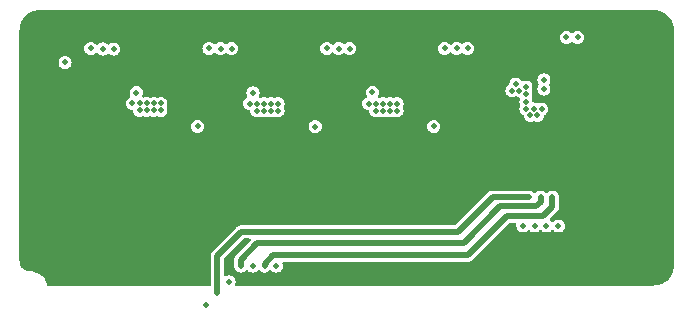
<source format=gbr>
G04 #@! TF.GenerationSoftware,KiCad,Pcbnew,(6.0.0)*
G04 #@! TF.CreationDate,2022-03-25T21:06:11+08:00*
G04 #@! TF.ProjectId,PowerSupply,506f7765-7253-4757-9070-6c792e6b6963,rev?*
G04 #@! TF.SameCoordinates,PX5e56640PY77750e0*
G04 #@! TF.FileFunction,Copper,L2,Inr*
G04 #@! TF.FilePolarity,Positive*
%FSLAX46Y46*%
G04 Gerber Fmt 4.6, Leading zero omitted, Abs format (unit mm)*
G04 Created by KiCad (PCBNEW (6.0.0)) date 2022-03-25 21:06:11*
%MOMM*%
%LPD*%
G01*
G04 APERTURE LIST*
G04 #@! TA.AperFunction,ViaPad*
%ADD10C,0.500000*%
G04 #@! TD*
G04 #@! TA.AperFunction,Conductor*
%ADD11C,0.500000*%
G04 #@! TD*
G04 APERTURE END LIST*
D10*
G04 #@! TO.N,GND*
X11690000Y29590000D03*
X10690000Y29590000D03*
X65390000Y29490000D03*
X64390000Y29490000D03*
X57429999Y14305001D03*
X57970000Y15005000D03*
X56870000Y15005001D03*
X56880000Y14305001D03*
X57980000Y14305000D03*
X57419999Y15005001D03*
X57970000Y13605000D03*
X57419999Y13605001D03*
X56880000Y12905001D03*
X57980000Y12905000D03*
X56870000Y13605001D03*
X57429999Y12905001D03*
X58680000Y12905001D03*
X59219999Y13605001D03*
X59770000Y13605000D03*
X59780000Y12905000D03*
X58670000Y13605001D03*
X59229999Y12905001D03*
X59219999Y15005001D03*
X59780000Y14305000D03*
X59229999Y14305001D03*
X58670000Y15005001D03*
X59770000Y15005000D03*
X58680000Y14305001D03*
X57075000Y26693334D03*
X57750000Y26693334D03*
X56400000Y26703334D03*
X57065000Y25916668D03*
X56390001Y25926668D03*
X57740000Y25916668D03*
X56390000Y25150000D03*
X57065000Y25140000D03*
X57740000Y25140000D03*
X13160000Y33320000D03*
X14160000Y33320000D03*
X15160000Y33320000D03*
X16160000Y33320000D03*
X17160000Y33320000D03*
X18160000Y33320000D03*
X19160000Y33320000D03*
X20160000Y33320000D03*
X21160000Y33320000D03*
X22160000Y33320000D03*
X23160000Y33320000D03*
X24160000Y33320000D03*
X25160000Y33320000D03*
X26160000Y33320000D03*
X27160000Y33320000D03*
X28160000Y33320000D03*
X29160000Y33320000D03*
X30160000Y33320000D03*
X31160000Y33320000D03*
X32160000Y33320000D03*
X33160000Y33320000D03*
X34160000Y33320000D03*
X35160000Y33320000D03*
X36160000Y33320000D03*
X37160000Y33320000D03*
X38160000Y33320000D03*
X39160000Y33320000D03*
X40160000Y33320000D03*
X41160000Y33320000D03*
X42160000Y33320000D03*
X43160000Y33320000D03*
X44160000Y33320000D03*
X45160000Y33320000D03*
X46160000Y33320000D03*
X47160000Y33320000D03*
X48160000Y33320000D03*
X49160000Y33320000D03*
X50160000Y33320000D03*
X51160000Y33320000D03*
X52160000Y33320000D03*
X53160000Y33320000D03*
X54160000Y33320000D03*
X55160000Y33320000D03*
X56160000Y33320000D03*
X57160000Y33320000D03*
X58160000Y33320000D03*
X59160000Y33320000D03*
X60160000Y33320000D03*
X61160000Y33320000D03*
X12290000Y32130000D03*
X13160000Y32320000D03*
X14160000Y32320000D03*
X15160000Y32320000D03*
X16160000Y32320000D03*
X17160000Y32320000D03*
X18160000Y32320000D03*
X19160000Y32320000D03*
X20160000Y32320000D03*
X21160000Y32320000D03*
X22160000Y32320000D03*
X23160000Y32320000D03*
X24160000Y32320000D03*
X25160000Y32320000D03*
X26160000Y32320000D03*
X27160000Y32320000D03*
X28160000Y32320000D03*
X29160000Y32320000D03*
X30160000Y32320000D03*
X31160000Y32320000D03*
X32160000Y32320000D03*
X33160000Y32320000D03*
X34160000Y32320000D03*
X35160000Y32320000D03*
X36160000Y32320000D03*
X37160000Y32320000D03*
X38160000Y32320000D03*
X39160000Y32320000D03*
X40160000Y32320000D03*
X41160000Y32320000D03*
X42160000Y32320000D03*
X43160000Y32320000D03*
X44160000Y32320000D03*
X45160000Y32320000D03*
X46160000Y32320000D03*
X47160000Y32320000D03*
X48160000Y32320000D03*
X49160000Y32320000D03*
X50160000Y32320000D03*
X51160000Y32320000D03*
X52160000Y32320000D03*
X53160000Y32320000D03*
X54160000Y32320000D03*
X55160000Y32320000D03*
X56160000Y32320000D03*
X57160000Y32320000D03*
X58160000Y32320000D03*
X59160000Y32320000D03*
X60160000Y32320000D03*
X61160000Y32320000D03*
X62160000Y32320000D03*
X62160000Y33320000D03*
X63160000Y32320000D03*
X63160000Y33320000D03*
X63860000Y32050000D03*
X64160000Y33320000D03*
X11300000Y33020000D03*
X10670000Y31600000D03*
X11780000Y31470000D03*
X10690000Y30590000D03*
X11690000Y30590000D03*
X10690000Y28590000D03*
X11690000Y28590000D03*
X10690000Y27590000D03*
X11690000Y27590000D03*
X10690000Y26590000D03*
X11690000Y26590000D03*
X10690000Y25590000D03*
X11690000Y25590000D03*
X10690000Y24590000D03*
X11690000Y24590000D03*
X10690000Y23590000D03*
X11690000Y23590000D03*
X10690000Y22590000D03*
X11690000Y22590000D03*
X10690000Y21590000D03*
X11690000Y21590000D03*
X10690000Y20590000D03*
X11690000Y20590000D03*
X10690000Y19590000D03*
X11690000Y19590000D03*
X10690000Y18590000D03*
X11690000Y18590000D03*
X10690000Y17590000D03*
X11690000Y17590000D03*
X10690000Y16590000D03*
X11690000Y16590000D03*
X10690000Y15590000D03*
X11690000Y15590000D03*
X10690000Y14590000D03*
X11690000Y14590000D03*
X10690000Y13590000D03*
X11690000Y13590000D03*
X10690000Y12590000D03*
X11690000Y12590000D03*
X11690000Y11590000D03*
X41690000Y11590000D03*
X42690000Y11590000D03*
X43690000Y11590000D03*
X44690000Y11590000D03*
X45690000Y11590000D03*
X46690000Y11590000D03*
X47690000Y11590000D03*
X48690000Y11590000D03*
X49690000Y11590000D03*
X50690000Y11590000D03*
X51690000Y11590000D03*
X52690000Y11590000D03*
X53690000Y11590000D03*
X54690000Y11590000D03*
X55690000Y11590000D03*
X56690000Y11590000D03*
X57690000Y11590000D03*
X58690000Y11590000D03*
X59690000Y11590000D03*
X60690000Y11590000D03*
X61690000Y11590000D03*
X62690000Y11590000D03*
X63600000Y11860000D03*
X33690000Y10590000D03*
X34690000Y10590000D03*
X35690000Y10590000D03*
X36690000Y10590000D03*
X37690000Y10590000D03*
X38690000Y10590000D03*
X39690000Y10590000D03*
X40690000Y10590000D03*
X41690000Y10590000D03*
X42690000Y10590000D03*
X43690000Y10590000D03*
X44690000Y10590000D03*
X45690000Y10590000D03*
X46690000Y10590000D03*
X47690000Y10590000D03*
X48690000Y10590000D03*
X49690000Y10590000D03*
X50690000Y10590000D03*
X51690000Y10590000D03*
X52690000Y10590000D03*
X53690000Y10590000D03*
X54690000Y10590000D03*
X55690000Y10590000D03*
X56690000Y10590000D03*
X57690000Y10590000D03*
X58690000Y10590000D03*
X59690000Y10590000D03*
X60690000Y10590000D03*
X61690000Y10590000D03*
X62690000Y10590000D03*
X63690000Y10590000D03*
X64870000Y32980000D03*
X64290000Y31450000D03*
X65380000Y31520000D03*
X64390000Y30490000D03*
X65380000Y30500000D03*
X64390000Y28490000D03*
X65390000Y28490000D03*
X64390000Y27490000D03*
X65390000Y27490000D03*
X64390000Y26490000D03*
X65390000Y26490000D03*
X64390000Y25490000D03*
X65390000Y25490000D03*
X64390000Y24490000D03*
X65390000Y24490000D03*
X64390000Y23490000D03*
X65390000Y23490000D03*
X64390000Y22490000D03*
X65390000Y22490000D03*
X64390000Y21490000D03*
X65390000Y21490000D03*
X64390000Y20490000D03*
X65390000Y20490000D03*
X64390000Y19490000D03*
X65390000Y19490000D03*
X64390000Y18490000D03*
X65390000Y18490000D03*
X64390000Y17490000D03*
X65390000Y17490000D03*
X64390000Y16490000D03*
X65390000Y16490000D03*
X64390000Y15490000D03*
X65390000Y15490000D03*
X64390000Y14490000D03*
X65390000Y14490000D03*
X64390000Y13490000D03*
X65390000Y13490000D03*
X64210000Y12480000D03*
X65390000Y12550000D03*
X65320000Y11760000D03*
X64440000Y10700000D03*
X21660000Y32820000D03*
X36660000Y32820000D03*
X52660000Y32820000D03*
X53660000Y32820000D03*
X54660000Y32820000D03*
X59660000Y32820000D03*
X43660000Y32820000D03*
X44660000Y32820000D03*
X48660000Y32820000D03*
X19660000Y32820000D03*
X51660000Y32820000D03*
X28660000Y32820000D03*
X56660000Y32820000D03*
X22660000Y32820000D03*
X37660000Y32820000D03*
X27660000Y32820000D03*
X55660000Y32820000D03*
X39660000Y32820000D03*
X46660000Y32820000D03*
X50660000Y32820000D03*
X31660000Y32820000D03*
X20660000Y32820000D03*
X23660000Y32820000D03*
X34660000Y32820000D03*
X32660000Y32820000D03*
X29660000Y32820000D03*
X57660000Y32820000D03*
X61660000Y32820000D03*
X45660000Y32820000D03*
X49660000Y32820000D03*
X41660000Y32820000D03*
X18660000Y32820000D03*
X60660000Y32820000D03*
X30660000Y32820000D03*
X42660000Y32820000D03*
X24660000Y32820000D03*
X58660000Y32820000D03*
X40660000Y32820000D03*
X33660000Y32820000D03*
X25660000Y32820000D03*
X35660000Y32820000D03*
X26660000Y32820000D03*
X38660000Y32820000D03*
X47660000Y32820000D03*
X62660000Y32820000D03*
X63660000Y32820000D03*
X64370000Y32530000D03*
X12590000Y32770000D03*
X13660000Y32820000D03*
X14660000Y32820000D03*
X15660000Y32820000D03*
X16660000Y32820000D03*
X17660000Y32820000D03*
X64770000Y31920000D03*
X64890000Y31060000D03*
X64900000Y29990000D03*
X64890000Y17980000D03*
X64890000Y13980000D03*
X64100000Y11360000D03*
X64890000Y27980000D03*
X64890000Y21980000D03*
X64890000Y25980000D03*
X64890000Y20980000D03*
X64890000Y15980000D03*
X64820000Y12910000D03*
X64890000Y14980000D03*
X64890000Y24980000D03*
X64890000Y23980000D03*
X64890000Y19980000D03*
X64890000Y16980000D03*
X64890000Y22980000D03*
X64890000Y18980000D03*
X64890000Y26980000D03*
X64890000Y28980000D03*
X10850000Y32400000D03*
X11190000Y27110000D03*
X11190000Y20110000D03*
X11190000Y29110000D03*
X11190000Y19110000D03*
X11190000Y31110000D03*
X11190000Y28110000D03*
X11190000Y26110000D03*
X11190000Y24110000D03*
X11190000Y23110000D03*
X11190000Y22110000D03*
X11190000Y21110000D03*
X11190000Y25110000D03*
X11190000Y15110000D03*
X11190000Y13110000D03*
X11190000Y14110000D03*
X11190000Y17110000D03*
X11190000Y18110000D03*
X11190000Y16110000D03*
X11190000Y30110000D03*
X11190000Y12090000D03*
X47210000Y11080000D03*
X54210000Y11080000D03*
X41210000Y11080000D03*
X43210000Y11080000D03*
X62210000Y11080000D03*
X55210000Y11080000D03*
X48210000Y11080000D03*
X61210000Y11080000D03*
X49210000Y11080000D03*
X51210000Y11080000D03*
X58210000Y11080000D03*
X57210000Y11080000D03*
X56210000Y11080000D03*
X50210000Y11080000D03*
X42210000Y11080000D03*
X44210000Y11080000D03*
X45210000Y11080000D03*
X46210000Y11080000D03*
X60210000Y11080000D03*
X53210000Y11080000D03*
X59210000Y11080000D03*
X63210000Y11080000D03*
X52210000Y11080000D03*
X11800000Y32570000D03*
X11360000Y31990000D03*
X65310000Y32360000D03*
X64650000Y11940000D03*
X64980000Y11120000D03*
X57019999Y18505001D03*
X57570000Y18505000D03*
X56470000Y18505001D03*
X57029999Y17805001D03*
X56480000Y17805001D03*
X57580000Y17805000D03*
X57019999Y19895001D03*
X56480000Y19195001D03*
X56470000Y19895001D03*
X57570000Y19895000D03*
X57580000Y19195000D03*
X57029999Y19195001D03*
X55279999Y19895001D03*
X54740000Y19195001D03*
X55840000Y19195000D03*
X55830000Y19895000D03*
X54730000Y19895001D03*
X55289999Y19195001D03*
X53590000Y19195001D03*
X54139999Y19195001D03*
X53580000Y19895001D03*
X54129999Y19895001D03*
X36430000Y24410000D03*
X26480000Y24410000D03*
X46450000Y24380000D03*
X16520000Y24390000D03*
X43650000Y29550000D03*
X43120000Y29550000D03*
X20490000Y30430000D03*
X21090000Y30430000D03*
X19890000Y30430000D03*
X31110000Y30430000D03*
X29910000Y30430000D03*
X30510000Y30430000D03*
X40440000Y30430000D03*
X41040000Y30430000D03*
X39840000Y30430000D03*
X51050000Y30430000D03*
X50450000Y30430000D03*
X49850000Y30430000D03*
X44180000Y29550000D03*
X33630000Y29550000D03*
X33100000Y29550000D03*
X34160000Y29550000D03*
X23610000Y29550000D03*
X23080000Y29550000D03*
X24140000Y29550000D03*
X51440000Y23790000D03*
X17140000Y23810000D03*
X16520000Y23810000D03*
X17750000Y23810000D03*
X18380000Y23810000D03*
X26480000Y23800000D03*
X27710000Y23800000D03*
X27100000Y23800000D03*
X28340000Y23800000D03*
X36430000Y23810000D03*
X37660000Y23810000D03*
X38290000Y23810000D03*
X37050000Y23810000D03*
X46450000Y23820000D03*
X48310000Y23820000D03*
X47680000Y23820000D03*
X47070000Y23820000D03*
X50620000Y24510000D03*
X51010000Y24130000D03*
X56390001Y27480000D03*
X57075000Y29075000D03*
X57740000Y27470000D03*
X57065000Y27470000D03*
X12160000Y33320000D03*
G04 #@! TO.N,5V*
X53845000Y25250000D03*
X54500000Y25250000D03*
X53550000Y24700000D03*
X20470000Y25720000D03*
X52625000Y26800000D03*
X53175000Y25866668D03*
X53175000Y25250000D03*
X54150000Y24700000D03*
X21070000Y25720000D03*
X21670000Y25720000D03*
X22270000Y25720000D03*
X20470000Y25120000D03*
X21070000Y25120000D03*
X21670000Y25120000D03*
X22270000Y25120000D03*
X30390000Y25700000D03*
X30390000Y25100000D03*
X30990000Y25700000D03*
X31590000Y25700000D03*
X32190000Y25100000D03*
X32190000Y25700000D03*
X31590000Y25100000D03*
X30990000Y25100000D03*
X40460000Y25100000D03*
X42260000Y25700000D03*
X41060000Y25100000D03*
X41660000Y25700000D03*
X41060000Y25700000D03*
X41660000Y25100000D03*
X42260000Y25100000D03*
X40460000Y25700000D03*
X39870000Y25700000D03*
X29780000Y25700000D03*
X19850000Y25730000D03*
X20190000Y26630000D03*
X30070000Y26610000D03*
X40180000Y26650000D03*
X53175000Y27100000D03*
X52325000Y27350000D03*
X53175000Y26483334D03*
X52000000Y26800000D03*
X28260000Y30360000D03*
X27340000Y30360000D03*
X38250000Y30350000D03*
X37330000Y30350000D03*
X47320000Y30380000D03*
X48240000Y30380000D03*
X18280000Y30320000D03*
X17360000Y30320000D03*
G04 #@! TO.N,1.2V*
X14160000Y29190000D03*
X16340000Y30380000D03*
G04 #@! TO.N,1.5V*
X26350000Y30380000D03*
X25385000Y23775000D03*
G04 #@! TO.N,2.5V*
X36320000Y30380000D03*
X35335000Y23755000D03*
G04 #@! TO.N,3.3V*
X46290000Y30380000D03*
X45380000Y23780000D03*
G04 #@! TO.N,Net-(C3-Pad1)*
X56600000Y31300000D03*
X54700000Y27700000D03*
G04 #@! TO.N,Net-(R34-Pad2)*
X57560000Y31300000D03*
X54700000Y26940000D03*
G04 #@! TO.N,REG_EN2*
X52925000Y15350000D03*
X26050000Y8690000D03*
G04 #@! TO.N,REG_EN1*
X53420000Y17785000D03*
X27050000Y9630000D03*
G04 #@! TO.N,REG_CHG*
X28043332Y10610000D03*
X53920000Y15345000D03*
G04 #@! TO.N,REG_POWER*
X29044998Y11945000D03*
X54420000Y17785000D03*
G04 #@! TO.N,BAT_ISET*
X30046664Y11945000D03*
X54920000Y15345000D03*
G04 #@! TO.N,BAT_PG*
X31048330Y11945000D03*
X55420000Y17785000D03*
G04 #@! TO.N,BAT_CHG*
X55920000Y15345000D03*
X32060000Y11945000D03*
G04 #@! TD*
D11*
G04 #@! TO.N,REG_EN1*
X50365000Y17785000D02*
X47420000Y14840000D01*
X27050000Y12825000D02*
X27050000Y9630000D01*
X29065000Y14840000D02*
X27050000Y12825000D01*
X53420000Y17785000D02*
X50365000Y17785000D01*
X47420000Y14840000D02*
X29065000Y14840000D01*
G04 #@! TO.N,REG_POWER*
X29044998Y12494998D02*
X29044998Y11945000D01*
X54420000Y17395000D02*
X54025000Y17000000D01*
X54025000Y17000000D02*
X51020000Y17000000D01*
X30440000Y13890000D02*
X29044998Y12494998D01*
X51020000Y17000000D02*
X47910000Y13890000D01*
X47910000Y13890000D02*
X30440000Y13890000D01*
X54420000Y17785000D02*
X54420000Y17395000D01*
G04 #@! TO.N,BAT_PG*
X55420000Y16945000D02*
X55420000Y17785000D01*
X31048330Y12148330D02*
X31770000Y12870000D01*
X31770000Y12870000D02*
X48300000Y12870000D01*
X31048330Y11945000D02*
X31048330Y12148330D01*
X54625000Y16150000D02*
X55420000Y16945000D01*
X48300000Y12870000D02*
X51580000Y16150000D01*
X51580000Y16150000D02*
X54625000Y16150000D01*
G04 #@! TD*
G04 #@! TA.AperFunction,Conductor*
G04 #@! TO.N,GND*
G36*
X63984608Y33638710D02*
G01*
X63989145Y33637910D01*
X64000000Y33635996D01*
X64010857Y33637910D01*
X64021876Y33637910D01*
X64021876Y33637541D01*
X64034201Y33638177D01*
X64233032Y33623957D01*
X64250827Y33621399D01*
X64470320Y33573652D01*
X64487559Y33568590D01*
X64608744Y33523390D01*
X64698024Y33490090D01*
X64714376Y33482622D01*
X64911519Y33374974D01*
X64926643Y33365254D01*
X65106461Y33230644D01*
X65120047Y33218871D01*
X65278871Y33060047D01*
X65290644Y33046461D01*
X65425254Y32866643D01*
X65434974Y32851519D01*
X65542622Y32654376D01*
X65550090Y32638024D01*
X65604711Y32491582D01*
X65628588Y32427565D01*
X65633653Y32410315D01*
X65681399Y32190827D01*
X65683957Y32173032D01*
X65698177Y31974201D01*
X65697542Y31961879D01*
X65697910Y31961879D01*
X65697910Y31950859D01*
X65695996Y31940000D01*
X65698710Y31924612D01*
X65700624Y31902735D01*
X65700352Y23243670D01*
X65700001Y12037276D01*
X65698087Y12015402D01*
X65697286Y12010859D01*
X65697286Y12010854D01*
X65695372Y12000000D01*
X65697286Y11989143D01*
X65697286Y11978124D01*
X65696917Y11978124D01*
X65697553Y11965799D01*
X65683333Y11766968D01*
X65680775Y11749173D01*
X65635258Y11539930D01*
X65633029Y11529685D01*
X65627966Y11512441D01*
X65603462Y11446744D01*
X65549466Y11301976D01*
X65541998Y11285624D01*
X65434350Y11088481D01*
X65424630Y11073357D01*
X65290020Y10893539D01*
X65278247Y10879953D01*
X65119423Y10721129D01*
X65105837Y10709356D01*
X64926019Y10574746D01*
X64910895Y10565026D01*
X64713752Y10457378D01*
X64697400Y10449910D01*
X64627574Y10423866D01*
X64486935Y10371410D01*
X64469696Y10366348D01*
X64313522Y10332375D01*
X64250203Y10318601D01*
X64232408Y10316043D01*
X64033577Y10301823D01*
X64021252Y10302459D01*
X64021252Y10302090D01*
X64010233Y10302090D01*
X63999376Y10304004D01*
X63983985Y10301290D01*
X63962112Y10299377D01*
X47254515Y10299711D01*
X32752267Y10300000D01*
X32740754Y10300563D01*
X32729782Y10303740D01*
X32694817Y10300712D01*
X32692034Y10300471D01*
X32681163Y10300001D01*
X32672101Y10300001D01*
X32665537Y10298779D01*
X32653355Y10297121D01*
X32630030Y10295101D01*
X32630029Y10295101D01*
X32618440Y10294097D01*
X32607989Y10288988D01*
X32604732Y10288085D01*
X32601576Y10286867D01*
X32590136Y10284737D01*
X32560295Y10266343D01*
X32549528Y10260411D01*
X32533955Y10252799D01*
X32478624Y10240000D01*
X28674502Y10240000D01*
X28606381Y10260002D01*
X28559888Y10313658D01*
X28549784Y10383932D01*
X28558093Y10414217D01*
X28576500Y10458657D01*
X28579662Y10466291D01*
X28598582Y10610000D01*
X28579662Y10753709D01*
X28524193Y10887625D01*
X28435953Y11002621D01*
X28320957Y11090861D01*
X28187041Y11146330D01*
X28043332Y11165250D01*
X27899623Y11146330D01*
X27774717Y11094593D01*
X27704128Y11087004D01*
X27640641Y11118783D01*
X27604414Y11179842D01*
X27600500Y11211002D01*
X27600500Y12544785D01*
X27620502Y12612906D01*
X27637405Y12633880D01*
X29256119Y14252595D01*
X29318431Y14286620D01*
X29345214Y14289500D01*
X29756785Y14289500D01*
X29824906Y14269498D01*
X29871399Y14215842D01*
X29881503Y14145568D01*
X29852009Y14080988D01*
X29845880Y14074405D01*
X28666356Y12894880D01*
X28662547Y12891227D01*
X28616842Y12849199D01*
X28593899Y12812196D01*
X28587198Y12802446D01*
X28560886Y12767781D01*
X28555352Y12753803D01*
X28545291Y12733799D01*
X28537363Y12721012D01*
X28534966Y12712761D01*
X28534965Y12712759D01*
X28525223Y12679226D01*
X28521378Y12667996D01*
X28505362Y12627545D01*
X28504464Y12619004D01*
X28504464Y12619003D01*
X28503790Y12612590D01*
X28499478Y12590615D01*
X28495283Y12576173D01*
X28494498Y12565483D01*
X28494498Y12530781D01*
X28493808Y12517611D01*
X28489597Y12477544D01*
X28491029Y12469079D01*
X28491029Y12469070D01*
X28492733Y12458998D01*
X28494498Y12437985D01*
X28494498Y11989338D01*
X28493420Y11972891D01*
X28489748Y11945000D01*
X28494349Y11910055D01*
X28494498Y11908557D01*
X28494498Y11907215D01*
X28494989Y11903634D01*
X28494990Y11903620D01*
X28500228Y11865389D01*
X28500316Y11864733D01*
X28508668Y11801291D01*
X28509176Y11800064D01*
X28509792Y11795568D01*
X28538523Y11729174D01*
X28539268Y11727414D01*
X28541703Y11721535D01*
X28564137Y11667375D01*
X28566726Y11664000D01*
X28569693Y11657145D01*
X28611921Y11604998D01*
X28612408Y11604396D01*
X28614449Y11601807D01*
X28647352Y11558928D01*
X28652377Y11552379D01*
X28656870Y11548931D01*
X28657638Y11548079D01*
X28659205Y11546608D01*
X28664612Y11539930D01*
X28716043Y11503380D01*
X28716744Y11502882D01*
X28720440Y11500152D01*
X28767373Y11464139D01*
X28774609Y11461141D01*
X28778798Y11458452D01*
X28780553Y11457535D01*
X28787556Y11452558D01*
X28795639Y11449648D01*
X28795641Y11449647D01*
X28844208Y11432162D01*
X28849745Y11430020D01*
X28863960Y11424132D01*
X28901289Y11408670D01*
X28909480Y11407591D01*
X28916016Y11405840D01*
X28919211Y11404838D01*
X28921387Y11404376D01*
X28929466Y11401467D01*
X28959344Y11399273D01*
X28985863Y11397325D01*
X28993080Y11396585D01*
X29027011Y11392118D01*
X29044998Y11389750D01*
X29053186Y11390828D01*
X29061446Y11390828D01*
X29061446Y11390529D01*
X29064417Y11390614D01*
X29071326Y11391049D01*
X29079889Y11390420D01*
X29091451Y11392751D01*
X29131743Y11400875D01*
X29140199Y11402283D01*
X29180522Y11407592D01*
X29180524Y11407593D01*
X29188707Y11408670D01*
X29196333Y11411829D01*
X29201020Y11413085D01*
X29218080Y11418285D01*
X29227741Y11420233D01*
X29271643Y11442602D01*
X29280628Y11446744D01*
X29314989Y11460977D01*
X29322623Y11464139D01*
X29330655Y11470302D01*
X29350152Y11482604D01*
X29362130Y11488707D01*
X29368453Y11494521D01*
X29368457Y11494524D01*
X29395757Y11519627D01*
X29404337Y11526839D01*
X29431063Y11547347D01*
X29431069Y11547353D01*
X29437619Y11552379D01*
X29445872Y11563134D01*
X29503206Y11604998D01*
X29574077Y11609220D01*
X29635980Y11574456D01*
X29645788Y11563137D01*
X29654043Y11552379D01*
X29769039Y11464139D01*
X29902955Y11408670D01*
X30046664Y11389750D01*
X30190373Y11408670D01*
X30324289Y11464139D01*
X30439285Y11552379D01*
X30447537Y11563133D01*
X30504876Y11604998D01*
X30575747Y11609218D01*
X30637649Y11574452D01*
X30647461Y11563128D01*
X30650684Y11558928D01*
X30655709Y11552379D01*
X30660202Y11548931D01*
X30660970Y11548079D01*
X30662537Y11546608D01*
X30667944Y11539930D01*
X30719375Y11503380D01*
X30720076Y11502882D01*
X30723772Y11500152D01*
X30770705Y11464139D01*
X30777941Y11461141D01*
X30782130Y11458452D01*
X30783885Y11457535D01*
X30790888Y11452558D01*
X30798971Y11449648D01*
X30798973Y11449647D01*
X30847540Y11432162D01*
X30853077Y11430020D01*
X30867292Y11424132D01*
X30904621Y11408670D01*
X30912812Y11407591D01*
X30919348Y11405840D01*
X30922543Y11404838D01*
X30924719Y11404376D01*
X30932798Y11401467D01*
X30962676Y11399273D01*
X30989195Y11397325D01*
X30996412Y11396585D01*
X31030343Y11392118D01*
X31048330Y11389750D01*
X31056518Y11390828D01*
X31064778Y11390828D01*
X31064778Y11390529D01*
X31067749Y11390614D01*
X31074658Y11391049D01*
X31083221Y11390420D01*
X31094783Y11392751D01*
X31135075Y11400875D01*
X31143531Y11402283D01*
X31183854Y11407592D01*
X31183856Y11407593D01*
X31192039Y11408670D01*
X31199665Y11411829D01*
X31204352Y11413085D01*
X31221412Y11418285D01*
X31231073Y11420233D01*
X31274975Y11442602D01*
X31283960Y11446744D01*
X31318321Y11460977D01*
X31325955Y11464139D01*
X31333987Y11470302D01*
X31353484Y11482604D01*
X31365462Y11488707D01*
X31371785Y11494521D01*
X31371789Y11494524D01*
X31399089Y11519627D01*
X31407669Y11526839D01*
X31434395Y11547347D01*
X31434401Y11547353D01*
X31440951Y11552379D01*
X31449285Y11563239D01*
X31463945Y11579267D01*
X31469725Y11584582D01*
X31533404Y11615971D01*
X31603946Y11607949D01*
X31654977Y11568542D01*
X31667379Y11552379D01*
X31782375Y11464139D01*
X31916291Y11408670D01*
X32060000Y11389750D01*
X32203709Y11408670D01*
X32337625Y11464139D01*
X32452621Y11552379D01*
X32540861Y11667375D01*
X32596330Y11801291D01*
X32615250Y11945000D01*
X32596330Y12088709D01*
X32572897Y12145282D01*
X32565308Y12215872D01*
X32597088Y12279359D01*
X32658146Y12315586D01*
X32689306Y12319500D01*
X48285007Y12319500D01*
X48290284Y12319389D01*
X48352294Y12316790D01*
X48363848Y12319500D01*
X48394662Y12326727D01*
X48406333Y12328890D01*
X48421229Y12330931D01*
X48449432Y12334794D01*
X48463230Y12340765D01*
X48484499Y12347799D01*
X48490775Y12349271D01*
X48499136Y12351232D01*
X48506661Y12355369D01*
X48506664Y12355370D01*
X48537268Y12372195D01*
X48547913Y12377411D01*
X48587855Y12394695D01*
X48599541Y12404158D01*
X48618126Y12416646D01*
X48625518Y12420710D01*
X48631308Y12423893D01*
X48639422Y12430897D01*
X48663958Y12455433D01*
X48673759Y12464258D01*
X48698392Y12484206D01*
X48698393Y12484207D01*
X48705070Y12489614D01*
X48710043Y12496612D01*
X48710048Y12496617D01*
X48715968Y12504948D01*
X48729579Y12521054D01*
X51771120Y15562595D01*
X51833432Y15596621D01*
X51860215Y15599500D01*
X52258922Y15599500D01*
X52327043Y15579498D01*
X52373536Y15525842D01*
X52383844Y15457053D01*
X52375097Y15390611D01*
X52369750Y15350000D01*
X52388670Y15206291D01*
X52444139Y15072375D01*
X52532379Y14957379D01*
X52647375Y14869139D01*
X52781291Y14813670D01*
X52925000Y14794750D01*
X53068709Y14813670D01*
X53202625Y14869139D01*
X53317621Y14957379D01*
X53322647Y14963929D01*
X53328488Y14969770D01*
X53330069Y14968189D01*
X53377963Y15003156D01*
X53448834Y15007375D01*
X53510735Y14972608D01*
X53520545Y14961285D01*
X53527379Y14952379D01*
X53642375Y14864139D01*
X53776291Y14808670D01*
X53920000Y14789750D01*
X54063709Y14808670D01*
X54197625Y14864139D01*
X54312621Y14952379D01*
X54320038Y14962045D01*
X54322725Y14964007D01*
X54323488Y14964770D01*
X54323607Y14964651D01*
X54377376Y15003912D01*
X54448247Y15008134D01*
X54510149Y14973370D01*
X54519962Y14962045D01*
X54527379Y14952379D01*
X54642375Y14864139D01*
X54776291Y14808670D01*
X54920000Y14789750D01*
X55063709Y14808670D01*
X55197625Y14864139D01*
X55312621Y14952379D01*
X55320038Y14962045D01*
X55322725Y14964007D01*
X55323488Y14964770D01*
X55323607Y14964651D01*
X55377376Y15003912D01*
X55448247Y15008134D01*
X55510149Y14973370D01*
X55519962Y14962045D01*
X55527379Y14952379D01*
X55642375Y14864139D01*
X55776291Y14808670D01*
X55920000Y14789750D01*
X56063709Y14808670D01*
X56197625Y14864139D01*
X56312621Y14952379D01*
X56400861Y15067375D01*
X56456330Y15201291D01*
X56475250Y15345000D01*
X56456330Y15488709D01*
X56400861Y15622625D01*
X56312621Y15737621D01*
X56197625Y15825861D01*
X56063709Y15881330D01*
X55920000Y15900250D01*
X55776291Y15881330D01*
X55642375Y15825861D01*
X55527379Y15737621D01*
X55522353Y15731071D01*
X55519962Y15727955D01*
X55517275Y15725993D01*
X55516512Y15725230D01*
X55516393Y15725349D01*
X55462624Y15686088D01*
X55391753Y15681866D01*
X55329851Y15716630D01*
X55320038Y15727955D01*
X55317647Y15731071D01*
X55312621Y15737621D01*
X55244704Y15789735D01*
X55202840Y15847070D01*
X55198618Y15917941D01*
X55232315Y15978790D01*
X55798654Y16545130D01*
X55802464Y16548783D01*
X55841833Y16584985D01*
X55848156Y16590799D01*
X55871099Y16627802D01*
X55877800Y16637552D01*
X55904112Y16672217D01*
X55909646Y16686196D01*
X55919707Y16706199D01*
X55927635Y16718986D01*
X55939775Y16760772D01*
X55943621Y16772005D01*
X55956473Y16804465D01*
X55959636Y16812453D01*
X55961208Y16827408D01*
X55965520Y16849383D01*
X55969715Y16863825D01*
X55970500Y16874515D01*
X55970500Y16909217D01*
X55971190Y16922387D01*
X55974503Y16953912D01*
X55975401Y16962454D01*
X55973969Y16970919D01*
X55973969Y16970928D01*
X55972265Y16981000D01*
X55970500Y17002013D01*
X55970500Y17740662D01*
X55971578Y17757109D01*
X55974172Y17776812D01*
X55975250Y17785000D01*
X55970649Y17819945D01*
X55970500Y17821443D01*
X55970500Y17822785D01*
X55970009Y17826366D01*
X55970008Y17826380D01*
X55964770Y17864611D01*
X55964682Y17865267D01*
X55956986Y17923725D01*
X55956330Y17928709D01*
X55955822Y17929936D01*
X55955206Y17934432D01*
X55926475Y18000826D01*
X55925730Y18002586D01*
X55904019Y18055001D01*
X55900861Y18062625D01*
X55898272Y18066000D01*
X55895305Y18072855D01*
X55852578Y18125619D01*
X55850549Y18128193D01*
X55817646Y18171073D01*
X55817644Y18171075D01*
X55812621Y18177621D01*
X55808128Y18181069D01*
X55807360Y18181921D01*
X55805793Y18183392D01*
X55800386Y18190070D01*
X55748245Y18227124D01*
X55744558Y18229848D01*
X55697625Y18265861D01*
X55690389Y18268859D01*
X55686200Y18271548D01*
X55684445Y18272465D01*
X55677442Y18277442D01*
X55669359Y18280352D01*
X55669357Y18280353D01*
X55620790Y18297838D01*
X55615253Y18299980D01*
X55574660Y18316794D01*
X55563709Y18321330D01*
X55555518Y18322409D01*
X55548982Y18324160D01*
X55545787Y18325162D01*
X55543611Y18325624D01*
X55535532Y18328533D01*
X55505654Y18330727D01*
X55479135Y18332675D01*
X55471918Y18333415D01*
X55428188Y18339172D01*
X55420000Y18340250D01*
X55411812Y18339172D01*
X55403552Y18339172D01*
X55403552Y18339471D01*
X55400581Y18339386D01*
X55393672Y18338951D01*
X55385109Y18339580D01*
X55376688Y18337882D01*
X55333255Y18329125D01*
X55324799Y18327717D01*
X55284476Y18322408D01*
X55284474Y18322407D01*
X55276291Y18321330D01*
X55268665Y18318171D01*
X55263978Y18316915D01*
X55246918Y18311715D01*
X55237257Y18309767D01*
X55193355Y18287398D01*
X55184370Y18283256D01*
X55158292Y18272454D01*
X55142375Y18265861D01*
X55135820Y18260831D01*
X55134343Y18259698D01*
X55114846Y18247396D01*
X55102868Y18241293D01*
X55096545Y18235479D01*
X55096541Y18235476D01*
X55069241Y18210373D01*
X55060661Y18203161D01*
X55033935Y18182653D01*
X55033929Y18182647D01*
X55027379Y18177621D01*
X55022350Y18171067D01*
X55019957Y18167949D01*
X55017271Y18165988D01*
X55016515Y18165232D01*
X55016397Y18165350D01*
X54962617Y18126086D01*
X54891745Y18121869D01*
X54829845Y18156637D01*
X54820038Y18167956D01*
X54817649Y18171070D01*
X54817644Y18171075D01*
X54812621Y18177621D01*
X54808128Y18181069D01*
X54807360Y18181921D01*
X54805793Y18183392D01*
X54800386Y18190070D01*
X54748245Y18227124D01*
X54744558Y18229848D01*
X54697625Y18265861D01*
X54690389Y18268859D01*
X54686200Y18271548D01*
X54684445Y18272465D01*
X54677442Y18277442D01*
X54669359Y18280352D01*
X54669357Y18280353D01*
X54620790Y18297838D01*
X54615253Y18299980D01*
X54574660Y18316794D01*
X54563709Y18321330D01*
X54555518Y18322409D01*
X54548982Y18324160D01*
X54545787Y18325162D01*
X54543611Y18325624D01*
X54535532Y18328533D01*
X54505654Y18330727D01*
X54479135Y18332675D01*
X54471918Y18333415D01*
X54428188Y18339172D01*
X54420000Y18340250D01*
X54411812Y18339172D01*
X54403552Y18339172D01*
X54403552Y18339471D01*
X54400581Y18339386D01*
X54393672Y18338951D01*
X54385109Y18339580D01*
X54376688Y18337882D01*
X54333255Y18329125D01*
X54324799Y18327717D01*
X54284476Y18322408D01*
X54284474Y18322407D01*
X54276291Y18321330D01*
X54268665Y18318171D01*
X54263978Y18316915D01*
X54246918Y18311715D01*
X54237257Y18309767D01*
X54193355Y18287398D01*
X54184370Y18283256D01*
X54158292Y18272454D01*
X54142375Y18265861D01*
X54135820Y18260831D01*
X54134343Y18259698D01*
X54114846Y18247396D01*
X54102868Y18241293D01*
X54096545Y18235479D01*
X54096541Y18235476D01*
X54069241Y18210373D01*
X54060661Y18203161D01*
X54033935Y18182653D01*
X54033929Y18182647D01*
X54027379Y18177621D01*
X54022350Y18171067D01*
X54019957Y18167949D01*
X54017271Y18165988D01*
X54016515Y18165232D01*
X54016397Y18165350D01*
X53962617Y18126086D01*
X53891745Y18121869D01*
X53829845Y18156637D01*
X53820038Y18167956D01*
X53817651Y18171067D01*
X53817647Y18171071D01*
X53812621Y18177621D01*
X53801761Y18185955D01*
X53785731Y18200617D01*
X53774201Y18213156D01*
X53766895Y18217686D01*
X53738435Y18235332D01*
X53728125Y18242457D01*
X53704175Y18260835D01*
X53697625Y18265861D01*
X53683895Y18271548D01*
X53681707Y18272454D01*
X53663524Y18281778D01*
X53654460Y18287398D01*
X53646014Y18292635D01*
X53609046Y18303375D01*
X53595978Y18307964D01*
X53571339Y18318170D01*
X53571336Y18318171D01*
X53563709Y18321330D01*
X53555528Y18322407D01*
X53555525Y18322408D01*
X53543098Y18324044D01*
X53524404Y18327967D01*
X53501175Y18334715D01*
X53493692Y18335264D01*
X53492792Y18335331D01*
X53492781Y18335331D01*
X53490485Y18335500D01*
X53464338Y18335500D01*
X53447891Y18336578D01*
X53428188Y18339172D01*
X53420000Y18340250D01*
X53411812Y18339172D01*
X53392109Y18336578D01*
X53375662Y18335500D01*
X50379993Y18335500D01*
X50374717Y18335611D01*
X50370310Y18335796D01*
X50312706Y18338210D01*
X50304341Y18336248D01*
X50270338Y18328273D01*
X50258667Y18326110D01*
X50251747Y18325162D01*
X50215568Y18320206D01*
X50207684Y18316794D01*
X50207683Y18316794D01*
X50201770Y18314235D01*
X50180501Y18307201D01*
X50165864Y18303768D01*
X50158339Y18299631D01*
X50158336Y18299630D01*
X50127732Y18282805D01*
X50117087Y18277589D01*
X50077145Y18260305D01*
X50065459Y18250842D01*
X50046875Y18238355D01*
X50033692Y18231107D01*
X50025578Y18224103D01*
X50001042Y18199567D01*
X49991241Y18190742D01*
X49966953Y18171073D01*
X49959930Y18165386D01*
X49954957Y18158388D01*
X49954952Y18158383D01*
X49949032Y18150052D01*
X49935421Y18133946D01*
X48567952Y16766476D01*
X47228881Y15427405D01*
X47166569Y15393379D01*
X47139786Y15390500D01*
X29079993Y15390500D01*
X29074717Y15390611D01*
X29070310Y15390796D01*
X29012706Y15393210D01*
X29004341Y15391248D01*
X28970338Y15383273D01*
X28958667Y15381110D01*
X28943771Y15379069D01*
X28915568Y15375206D01*
X28907684Y15371794D01*
X28907683Y15371794D01*
X28901770Y15369235D01*
X28880501Y15362201D01*
X28874228Y15360730D01*
X28874226Y15360729D01*
X28865864Y15358768D01*
X28858336Y15354629D01*
X28858335Y15354629D01*
X28827735Y15337806D01*
X28817073Y15332583D01*
X28785027Y15318716D01*
X28785026Y15318715D01*
X28777145Y15315305D01*
X28770472Y15309901D01*
X28765459Y15305842D01*
X28746871Y15293351D01*
X28733692Y15286106D01*
X28725578Y15279102D01*
X28701043Y15254567D01*
X28691242Y15245742D01*
X28659930Y15220386D01*
X28654954Y15213384D01*
X28654952Y15213382D01*
X28649032Y15205051D01*
X28635421Y15188945D01*
X26671358Y13224882D01*
X26667549Y13221229D01*
X26621844Y13179201D01*
X26598901Y13142198D01*
X26592200Y13132448D01*
X26565888Y13097783D01*
X26560354Y13083805D01*
X26550293Y13063801D01*
X26542365Y13051014D01*
X26539968Y13042763D01*
X26539967Y13042761D01*
X26530225Y13009228D01*
X26526380Y12997998D01*
X26510364Y12957547D01*
X26509466Y12949006D01*
X26509466Y12949005D01*
X26508792Y12942592D01*
X26504480Y12920617D01*
X26500285Y12906175D01*
X26499500Y12895485D01*
X26499500Y12860783D01*
X26498810Y12847613D01*
X26494599Y12807546D01*
X26496031Y12799081D01*
X26496031Y12799072D01*
X26497735Y12789000D01*
X26499500Y12767987D01*
X26499500Y10366000D01*
X26479498Y10297879D01*
X26425842Y10251386D01*
X26373500Y10240000D01*
X24954388Y10240000D01*
X24913476Y10246827D01*
X24866036Y10263113D01*
X24857909Y10265903D01*
X24852775Y10266760D01*
X24852770Y10266761D01*
X24658715Y10299143D01*
X24658712Y10299143D01*
X24653578Y10300000D01*
X24446422Y10300000D01*
X24441288Y10299143D01*
X24441285Y10299143D01*
X24247230Y10266761D01*
X24247225Y10266760D01*
X24242091Y10265903D01*
X24233964Y10263113D01*
X24186524Y10246827D01*
X24145612Y10240000D01*
X12784424Y10240000D01*
X12716303Y10260002D01*
X12669810Y10313658D01*
X12661307Y10339206D01*
X12642890Y10423866D01*
X12625081Y10471615D01*
X12569445Y10620779D01*
X12567874Y10624991D01*
X12464999Y10813394D01*
X12336358Y10985237D01*
X12184571Y11137024D01*
X12012728Y11265665D01*
X11824325Y11368540D01*
X11765663Y11390420D01*
X11627408Y11441987D01*
X11627402Y11441989D01*
X11623200Y11443556D01*
X11618814Y11444510D01*
X11618811Y11444511D01*
X11467856Y11477349D01*
X11413447Y11489185D01*
X11206924Y11503956D01*
X11199334Y11505294D01*
X11188480Y11503380D01*
X11177972Y11503380D01*
X11165619Y11503987D01*
X11152348Y11505294D01*
X11035974Y11516756D01*
X11011754Y11521572D01*
X10866534Y11565624D01*
X10843720Y11575075D01*
X10709896Y11646606D01*
X10689359Y11660328D01*
X10572060Y11756593D01*
X10554595Y11774058D01*
X10458330Y11891357D01*
X10444607Y11911895D01*
X10373077Y12045718D01*
X10363625Y12068535D01*
X10359990Y12080520D01*
X10319574Y12213752D01*
X10314757Y12237975D01*
X10312458Y12261324D01*
X10301989Y12367617D01*
X10301382Y12379967D01*
X10301382Y12390476D01*
X10303296Y12401332D01*
X10300584Y12416714D01*
X10298669Y12438600D01*
X10298670Y12448567D01*
X10299074Y23611291D01*
X10299080Y23775000D01*
X24829750Y23775000D01*
X24848670Y23631291D01*
X24904139Y23497375D01*
X24992379Y23382379D01*
X25107375Y23294139D01*
X25241291Y23238670D01*
X25385000Y23219750D01*
X25528709Y23238670D01*
X25662625Y23294139D01*
X25777621Y23382379D01*
X25865861Y23497375D01*
X25921330Y23631291D01*
X25937617Y23755000D01*
X34779750Y23755000D01*
X34798670Y23611291D01*
X34854139Y23477375D01*
X34942379Y23362379D01*
X35057375Y23274139D01*
X35191291Y23218670D01*
X35335000Y23199750D01*
X35478709Y23218670D01*
X35612625Y23274139D01*
X35727621Y23362379D01*
X35815861Y23477375D01*
X35871330Y23611291D01*
X35890250Y23755000D01*
X35886959Y23780000D01*
X44824750Y23780000D01*
X44843670Y23636291D01*
X44899139Y23502375D01*
X44987379Y23387379D01*
X45102375Y23299139D01*
X45236291Y23243670D01*
X45380000Y23224750D01*
X45523709Y23243670D01*
X45657625Y23299139D01*
X45772621Y23387379D01*
X45860861Y23502375D01*
X45916330Y23636291D01*
X45935250Y23780000D01*
X45916330Y23923709D01*
X45860861Y24057625D01*
X45772621Y24172621D01*
X45657625Y24260861D01*
X45523709Y24316330D01*
X45380000Y24335250D01*
X45236291Y24316330D01*
X45102375Y24260861D01*
X44987379Y24172621D01*
X44899139Y24057625D01*
X44843670Y23923709D01*
X44824750Y23780000D01*
X35886959Y23780000D01*
X35871330Y23898709D01*
X35815861Y24032625D01*
X35727621Y24147621D01*
X35612625Y24235861D01*
X35478709Y24291330D01*
X35335000Y24310250D01*
X35191291Y24291330D01*
X35057375Y24235861D01*
X34942379Y24147621D01*
X34854139Y24032625D01*
X34798670Y23898709D01*
X34779750Y23755000D01*
X25937617Y23755000D01*
X25940250Y23775000D01*
X25921330Y23918709D01*
X25865861Y24052625D01*
X25777621Y24167621D01*
X25662625Y24255861D01*
X25528709Y24311330D01*
X25385000Y24330250D01*
X25241291Y24311330D01*
X25107375Y24255861D01*
X24992379Y24167621D01*
X24904139Y24052625D01*
X24848670Y23918709D01*
X24829750Y23775000D01*
X10299080Y23775000D01*
X10299151Y25730000D01*
X19294750Y25730000D01*
X19313670Y25586291D01*
X19369139Y25452375D01*
X19457379Y25337379D01*
X19572375Y25249139D01*
X19706291Y25193670D01*
X19812702Y25179660D01*
X19877628Y25150939D01*
X19916720Y25091674D01*
X19921176Y25071188D01*
X19933670Y24976291D01*
X19989139Y24842375D01*
X20077379Y24727379D01*
X20192375Y24639139D01*
X20326291Y24583670D01*
X20470000Y24564750D01*
X20613709Y24583670D01*
X20721783Y24628435D01*
X20792372Y24636024D01*
X20818215Y24628436D01*
X20926291Y24583670D01*
X21070000Y24564750D01*
X21213709Y24583670D01*
X21321783Y24628435D01*
X21392372Y24636024D01*
X21418215Y24628436D01*
X21526291Y24583670D01*
X21670000Y24564750D01*
X21813709Y24583670D01*
X21921783Y24628435D01*
X21992372Y24636024D01*
X22018215Y24628436D01*
X22126291Y24583670D01*
X22270000Y24564750D01*
X22413709Y24583670D01*
X22547625Y24639139D01*
X22662621Y24727379D01*
X22750861Y24842375D01*
X22806330Y24976291D01*
X22825250Y25120000D01*
X22806330Y25263709D01*
X22761565Y25371783D01*
X22753976Y25442372D01*
X22761565Y25468218D01*
X22803169Y25568660D01*
X22806330Y25576291D01*
X22822617Y25700000D01*
X29224750Y25700000D01*
X29243670Y25556291D01*
X29299139Y25422375D01*
X29387379Y25307379D01*
X29502375Y25219139D01*
X29636291Y25163670D01*
X29713516Y25153503D01*
X29733864Y25150824D01*
X29798792Y25122101D01*
X29837883Y25062836D01*
X29842340Y25042349D01*
X29853670Y24956291D01*
X29909139Y24822375D01*
X29997379Y24707379D01*
X30112375Y24619139D01*
X30246291Y24563670D01*
X30390000Y24544750D01*
X30533709Y24563670D01*
X30641783Y24608435D01*
X30712372Y24616024D01*
X30738215Y24608436D01*
X30846291Y24563670D01*
X30990000Y24544750D01*
X31133709Y24563670D01*
X31241783Y24608435D01*
X31312372Y24616024D01*
X31338215Y24608436D01*
X31446291Y24563670D01*
X31590000Y24544750D01*
X31733709Y24563670D01*
X31841783Y24608435D01*
X31912372Y24616024D01*
X31938215Y24608436D01*
X32046291Y24563670D01*
X32190000Y24544750D01*
X32333709Y24563670D01*
X32467625Y24619139D01*
X32582621Y24707379D01*
X32670861Y24822375D01*
X32726330Y24956291D01*
X32745250Y25100000D01*
X32726330Y25243709D01*
X32681565Y25351783D01*
X32673976Y25422372D01*
X32681565Y25448218D01*
X32689850Y25468218D01*
X32726330Y25556291D01*
X32745250Y25700000D01*
X39314750Y25700000D01*
X39333670Y25556291D01*
X39389139Y25422375D01*
X39477379Y25307379D01*
X39592375Y25219139D01*
X39726291Y25163670D01*
X39748646Y25160727D01*
X39803512Y25153503D01*
X39868439Y25124780D01*
X39907530Y25065514D01*
X39911987Y25045028D01*
X39923670Y24956291D01*
X39979139Y24822375D01*
X40067379Y24707379D01*
X40182375Y24619139D01*
X40316291Y24563670D01*
X40460000Y24544750D01*
X40603709Y24563670D01*
X40711783Y24608435D01*
X40782372Y24616024D01*
X40808215Y24608436D01*
X40916291Y24563670D01*
X41060000Y24544750D01*
X41203709Y24563670D01*
X41311783Y24608435D01*
X41382372Y24616024D01*
X41408215Y24608436D01*
X41516291Y24563670D01*
X41660000Y24544750D01*
X41803709Y24563670D01*
X41911783Y24608435D01*
X41982372Y24616024D01*
X42008215Y24608436D01*
X42116291Y24563670D01*
X42260000Y24544750D01*
X42403709Y24563670D01*
X42537625Y24619139D01*
X42652621Y24707379D01*
X42740861Y24822375D01*
X42796330Y24956291D01*
X42815250Y25100000D01*
X42796330Y25243709D01*
X42751565Y25351783D01*
X42743976Y25422372D01*
X42751565Y25448218D01*
X42759850Y25468218D01*
X42796330Y25556291D01*
X42815250Y25700000D01*
X42796330Y25843709D01*
X42740861Y25977625D01*
X42652621Y26092621D01*
X42537625Y26180861D01*
X42403709Y26236330D01*
X42260000Y26255250D01*
X42116291Y26236330D01*
X42008217Y26191565D01*
X41937628Y26183976D01*
X41911785Y26191564D01*
X41803709Y26236330D01*
X41660000Y26255250D01*
X41516291Y26236330D01*
X41408217Y26191565D01*
X41337628Y26183976D01*
X41311785Y26191564D01*
X41203709Y26236330D01*
X41060000Y26255250D01*
X40916291Y26236330D01*
X40908657Y26233168D01*
X40818635Y26195881D01*
X40748045Y26188292D01*
X40684559Y26220072D01*
X40648332Y26281130D01*
X40650866Y26352082D01*
X40658755Y26369630D01*
X40660861Y26372375D01*
X40716330Y26506291D01*
X40735250Y26650000D01*
X40716330Y26793709D01*
X40713724Y26800000D01*
X51444750Y26800000D01*
X51463670Y26656291D01*
X51519139Y26522375D01*
X51607379Y26407379D01*
X51722375Y26319139D01*
X51856291Y26263670D01*
X52000000Y26244750D01*
X52143709Y26263670D01*
X52151343Y26266832D01*
X52264283Y26313612D01*
X52334873Y26321201D01*
X52360717Y26313612D01*
X52473657Y26266832D01*
X52481291Y26263670D01*
X52567221Y26252357D01*
X52632148Y26223635D01*
X52671240Y26164369D01*
X52672085Y26093378D01*
X52667184Y26079218D01*
X52638670Y26010377D01*
X52619750Y25866668D01*
X52638670Y25722959D01*
X52651572Y25691812D01*
X52686887Y25606552D01*
X52694476Y25535962D01*
X52686888Y25510119D01*
X52638670Y25393709D01*
X52619750Y25250000D01*
X52638670Y25106291D01*
X52694139Y24972375D01*
X52782379Y24857379D01*
X52897375Y24769139D01*
X52905003Y24765979D01*
X52905009Y24765976D01*
X52923531Y24758304D01*
X52978812Y24713756D01*
X53000234Y24658343D01*
X53005396Y24619139D01*
X53013670Y24556291D01*
X53069139Y24422375D01*
X53157379Y24307379D01*
X53272375Y24219139D01*
X53406291Y24163670D01*
X53550000Y24144750D01*
X53693709Y24163670D01*
X53801783Y24208435D01*
X53872372Y24216024D01*
X53898215Y24208436D01*
X54006291Y24163670D01*
X54150000Y24144750D01*
X54293709Y24163670D01*
X54427625Y24219139D01*
X54542621Y24307379D01*
X54630861Y24422375D01*
X54686330Y24556291D01*
X54701214Y24669347D01*
X54729936Y24734273D01*
X54763137Y24762020D01*
X54769991Y24765977D01*
X54777625Y24769139D01*
X54784179Y24774168D01*
X54784181Y24774169D01*
X54886071Y24852353D01*
X54892621Y24857379D01*
X54980861Y24972375D01*
X55036330Y25106291D01*
X55055250Y25250000D01*
X55036330Y25393709D01*
X54980861Y25527625D01*
X54892621Y25642621D01*
X54777625Y25730861D01*
X54643709Y25786330D01*
X54500000Y25805250D01*
X54356291Y25786330D01*
X54222375Y25730861D01*
X54221189Y25733725D01*
X54166524Y25720455D01*
X54123542Y25733075D01*
X54122625Y25730861D01*
X53996340Y25783169D01*
X53996341Y25783169D01*
X53988709Y25786330D01*
X53845000Y25805250D01*
X53845011Y25805336D01*
X53780856Y25824174D01*
X53734363Y25877830D01*
X53724055Y25913725D01*
X53712408Y26002188D01*
X53711330Y26010377D01*
X53677264Y26092621D01*
X53663114Y26126784D01*
X53655525Y26197374D01*
X53663114Y26223218D01*
X53708168Y26331991D01*
X53711330Y26339625D01*
X53730250Y26483334D01*
X53711330Y26627043D01*
X53696695Y26662375D01*
X53663114Y26743450D01*
X53655525Y26814040D01*
X53663114Y26839884D01*
X53704582Y26940000D01*
X54144750Y26940000D01*
X54163670Y26796291D01*
X54219139Y26662375D01*
X54307379Y26547379D01*
X54422375Y26459139D01*
X54556291Y26403670D01*
X54700000Y26384750D01*
X54843709Y26403670D01*
X54977625Y26459139D01*
X55092621Y26547379D01*
X55180861Y26662375D01*
X55236330Y26796291D01*
X55255250Y26940000D01*
X55236330Y27083709D01*
X55180861Y27217625D01*
X55161161Y27243298D01*
X55135562Y27309517D01*
X55149827Y27379065D01*
X55161158Y27396698D01*
X55180861Y27422375D01*
X55236330Y27556291D01*
X55255250Y27700000D01*
X55236330Y27843709D01*
X55180861Y27977625D01*
X55092621Y28092621D01*
X54977625Y28180861D01*
X54843709Y28236330D01*
X54700000Y28255250D01*
X54556291Y28236330D01*
X54422375Y28180861D01*
X54307379Y28092621D01*
X54219139Y27977625D01*
X54163670Y27843709D01*
X54144750Y27700000D01*
X54163670Y27556291D01*
X54219139Y27422375D01*
X54238839Y27396702D01*
X54264438Y27330483D01*
X54250173Y27260935D01*
X54238842Y27243302D01*
X54219139Y27217625D01*
X54163670Y27083709D01*
X54144750Y26940000D01*
X53704582Y26940000D01*
X53708168Y26948657D01*
X53711330Y26956291D01*
X53730250Y27100000D01*
X53711330Y27243709D01*
X53655861Y27377625D01*
X53567621Y27492621D01*
X53452625Y27580861D01*
X53318709Y27636330D01*
X53175000Y27655250D01*
X53031291Y27636330D01*
X52944484Y27600374D01*
X52873895Y27592785D01*
X52810408Y27624564D01*
X52796305Y27640079D01*
X52722647Y27736071D01*
X52717621Y27742621D01*
X52602625Y27830861D01*
X52468709Y27886330D01*
X52325000Y27905250D01*
X52181291Y27886330D01*
X52047375Y27830861D01*
X51932379Y27742621D01*
X51844139Y27627625D01*
X51788670Y27493709D01*
X51787592Y27485520D01*
X51771729Y27365032D01*
X51743006Y27300105D01*
X51721440Y27282080D01*
X51722375Y27280861D01*
X51607379Y27192621D01*
X51519139Y27077625D01*
X51463670Y26943709D01*
X51444750Y26800000D01*
X40713724Y26800000D01*
X40660861Y26927625D01*
X40572621Y27042621D01*
X40457625Y27130861D01*
X40323709Y27186330D01*
X40180000Y27205250D01*
X40036291Y27186330D01*
X39902375Y27130861D01*
X39787379Y27042621D01*
X39699139Y26927625D01*
X39643670Y26793709D01*
X39624750Y26650000D01*
X39643670Y26506291D01*
X39697312Y26376787D01*
X39697312Y26376785D01*
X39699139Y26372375D01*
X39698451Y26372090D01*
X39713670Y26309358D01*
X39690450Y26242266D01*
X39636031Y26198944D01*
X39618995Y26191887D01*
X39592375Y26180861D01*
X39477379Y26092621D01*
X39389139Y25977625D01*
X39333670Y25843709D01*
X39314750Y25700000D01*
X32745250Y25700000D01*
X32726330Y25843709D01*
X32670861Y25977625D01*
X32582621Y26092621D01*
X32467625Y26180861D01*
X32333709Y26236330D01*
X32190000Y26255250D01*
X32046291Y26236330D01*
X31938217Y26191565D01*
X31867628Y26183976D01*
X31841785Y26191564D01*
X31733709Y26236330D01*
X31590000Y26255250D01*
X31446291Y26236330D01*
X31338217Y26191565D01*
X31267628Y26183976D01*
X31241785Y26191564D01*
X31133709Y26236330D01*
X30990000Y26255250D01*
X30846291Y26236330D01*
X30738217Y26191565D01*
X30667628Y26183976D01*
X30641781Y26191566D01*
X30633692Y26194916D01*
X30630796Y26196116D01*
X30575517Y26240667D01*
X30553099Y26308031D01*
X30562610Y26360741D01*
X30570591Y26380007D01*
X30606330Y26466291D01*
X30625250Y26610000D01*
X30606330Y26753709D01*
X30550861Y26887625D01*
X30462621Y27002621D01*
X30347625Y27090861D01*
X30213709Y27146330D01*
X30070000Y27165250D01*
X29926291Y27146330D01*
X29792375Y27090861D01*
X29677379Y27002621D01*
X29589139Y26887625D01*
X29533670Y26753709D01*
X29514750Y26610000D01*
X29533670Y26466291D01*
X29536831Y26458660D01*
X29536832Y26458657D01*
X29581783Y26350133D01*
X29589372Y26279544D01*
X29557592Y26216057D01*
X29513591Y26185507D01*
X29502375Y26180861D01*
X29387379Y26092621D01*
X29299139Y25977625D01*
X29243670Y25843709D01*
X29224750Y25700000D01*
X22822617Y25700000D01*
X22825250Y25720000D01*
X22806330Y25863709D01*
X22750861Y25997625D01*
X22662621Y26112621D01*
X22547625Y26200861D01*
X22413709Y26256330D01*
X22270000Y26275250D01*
X22126291Y26256330D01*
X22018217Y26211565D01*
X21947628Y26203976D01*
X21921785Y26211564D01*
X21813709Y26256330D01*
X21670000Y26275250D01*
X21526291Y26256330D01*
X21418217Y26211565D01*
X21347628Y26203976D01*
X21321785Y26211564D01*
X21213709Y26256330D01*
X21070000Y26275250D01*
X20926291Y26256330D01*
X20918657Y26253168D01*
X20850972Y26225133D01*
X20780382Y26217544D01*
X20716896Y26249324D01*
X20680669Y26310382D01*
X20683203Y26381334D01*
X20686346Y26389760D01*
X20696357Y26413929D01*
X20726330Y26486291D01*
X20745250Y26630000D01*
X20726330Y26773709D01*
X20670861Y26907625D01*
X20582621Y27022621D01*
X20467625Y27110861D01*
X20333709Y27166330D01*
X20190000Y27185250D01*
X20046291Y27166330D01*
X19912375Y27110861D01*
X19797379Y27022621D01*
X19709139Y26907625D01*
X19653670Y26773709D01*
X19634750Y26630000D01*
X19653670Y26486291D01*
X19656831Y26478660D01*
X19656832Y26478657D01*
X19690925Y26396346D01*
X19698514Y26325756D01*
X19666734Y26262269D01*
X19622733Y26231720D01*
X19580007Y26214023D01*
X19580002Y26214020D01*
X19572375Y26210861D01*
X19457379Y26122621D01*
X19369139Y26007625D01*
X19313670Y25873709D01*
X19294750Y25730000D01*
X10299151Y25730000D01*
X10299277Y29190000D01*
X13604750Y29190000D01*
X13623670Y29046291D01*
X13679139Y28912375D01*
X13767379Y28797379D01*
X13882375Y28709139D01*
X14016291Y28653670D01*
X14160000Y28634750D01*
X14303709Y28653670D01*
X14437625Y28709139D01*
X14552621Y28797379D01*
X14640861Y28912375D01*
X14696330Y29046291D01*
X14715250Y29190000D01*
X14696330Y29333709D01*
X14640861Y29467625D01*
X14552621Y29582621D01*
X14437625Y29670861D01*
X14303709Y29726330D01*
X14160000Y29745250D01*
X14016291Y29726330D01*
X13882375Y29670861D01*
X13767379Y29582621D01*
X13679139Y29467625D01*
X13623670Y29333709D01*
X13604750Y29190000D01*
X10299277Y29190000D01*
X10299320Y30380000D01*
X15784750Y30380000D01*
X15803670Y30236291D01*
X15859139Y30102375D01*
X15947379Y29987379D01*
X16062375Y29899139D01*
X16196291Y29843670D01*
X16340000Y29824750D01*
X16483709Y29843670D01*
X16617625Y29899139D01*
X16732621Y29987379D01*
X16737347Y29993538D01*
X16799459Y30027455D01*
X16870274Y30022390D01*
X16926204Y29981039D01*
X16967379Y29927379D01*
X17082375Y29839139D01*
X17216291Y29783670D01*
X17360000Y29764750D01*
X17503709Y29783670D01*
X17637625Y29839139D01*
X17647650Y29846831D01*
X17715818Y29899139D01*
X17743297Y29920224D01*
X17809516Y29945825D01*
X17879065Y29931561D01*
X17896701Y29920226D01*
X17924182Y29899139D01*
X17992351Y29846831D01*
X18002375Y29839139D01*
X18136291Y29783670D01*
X18280000Y29764750D01*
X18423709Y29783670D01*
X18557625Y29839139D01*
X18672621Y29927379D01*
X18760861Y30042375D01*
X18816330Y30176291D01*
X18835250Y30320000D01*
X18827351Y30380000D01*
X25794750Y30380000D01*
X25813670Y30236291D01*
X25869139Y30102375D01*
X25957379Y29987379D01*
X26072375Y29899139D01*
X26206291Y29843670D01*
X26350000Y29824750D01*
X26493709Y29843670D01*
X26627625Y29899139D01*
X26742621Y29987379D01*
X26747583Y29993845D01*
X26809852Y30027848D01*
X26880667Y30022783D01*
X26936597Y29981431D01*
X26947379Y29967379D01*
X27062375Y29879139D01*
X27196291Y29823670D01*
X27340000Y29804750D01*
X27483709Y29823670D01*
X27617625Y29879139D01*
X27643690Y29899139D01*
X27710264Y29950224D01*
X27723297Y29960224D01*
X27789516Y29985825D01*
X27859065Y29971561D01*
X27876701Y29960226D01*
X27889736Y29950224D01*
X27956311Y29899139D01*
X27982375Y29879139D01*
X28116291Y29823670D01*
X28260000Y29804750D01*
X28403709Y29823670D01*
X28537625Y29879139D01*
X28652621Y29967379D01*
X28740861Y30082375D01*
X28796330Y30216291D01*
X28815250Y30360000D01*
X28812617Y30380000D01*
X35764750Y30380000D01*
X35783670Y30236291D01*
X35839139Y30102375D01*
X35927379Y29987379D01*
X36042375Y29899139D01*
X36176291Y29843670D01*
X36320000Y29824750D01*
X36463709Y29843670D01*
X36597625Y29899139D01*
X36712621Y29987379D01*
X36717647Y29993929D01*
X36723488Y29999770D01*
X36725763Y29997495D01*
X36770867Y30030429D01*
X36841738Y30034650D01*
X36903640Y29999885D01*
X36913452Y29988561D01*
X36918216Y29982353D01*
X36937379Y29957379D01*
X37052375Y29869139D01*
X37186291Y29813670D01*
X37330000Y29794750D01*
X37473709Y29813670D01*
X37607625Y29869139D01*
X37620658Y29879139D01*
X37683524Y29927379D01*
X37713297Y29950224D01*
X37779516Y29975825D01*
X37849065Y29961561D01*
X37866701Y29950226D01*
X37896476Y29927379D01*
X37959343Y29879139D01*
X37972375Y29869139D01*
X38106291Y29813670D01*
X38250000Y29794750D01*
X38393709Y29813670D01*
X38527625Y29869139D01*
X38642621Y29957379D01*
X38730861Y30072375D01*
X38786330Y30206291D01*
X38805250Y30350000D01*
X38801300Y30380000D01*
X45734750Y30380000D01*
X45753670Y30236291D01*
X45809139Y30102375D01*
X45897379Y29987379D01*
X46012375Y29899139D01*
X46146291Y29843670D01*
X46290000Y29824750D01*
X46433709Y29843670D01*
X46567625Y29899139D01*
X46682621Y29987379D01*
X46705039Y30016595D01*
X46762376Y30058461D01*
X46833247Y30062682D01*
X46895150Y30027917D01*
X46904957Y30016600D01*
X46927379Y29987379D01*
X47042375Y29899139D01*
X47176291Y29843670D01*
X47320000Y29824750D01*
X47463709Y29843670D01*
X47597625Y29899139D01*
X47625104Y29920224D01*
X47677232Y29960224D01*
X47703297Y29980224D01*
X47769516Y30005825D01*
X47839065Y29991561D01*
X47856701Y29980226D01*
X47882768Y29960224D01*
X47934897Y29920224D01*
X47962375Y29899139D01*
X48096291Y29843670D01*
X48240000Y29824750D01*
X48383709Y29843670D01*
X48517625Y29899139D01*
X48632621Y29987379D01*
X48720861Y30102375D01*
X48776330Y30236291D01*
X48795250Y30380000D01*
X48776330Y30523709D01*
X48720861Y30657625D01*
X48632621Y30772621D01*
X48517625Y30860861D01*
X48383709Y30916330D01*
X48240000Y30935250D01*
X48096291Y30916330D01*
X47962375Y30860861D01*
X47955824Y30855834D01*
X47955822Y30855833D01*
X47914556Y30824168D01*
X47877630Y30795833D01*
X47856704Y30779776D01*
X47790484Y30754175D01*
X47720935Y30768439D01*
X47703296Y30779776D01*
X47682371Y30795833D01*
X47645444Y30824168D01*
X47604178Y30855833D01*
X47604176Y30855834D01*
X47597625Y30860861D01*
X47463709Y30916330D01*
X47320000Y30935250D01*
X47176291Y30916330D01*
X47042375Y30860861D01*
X46927379Y30772621D01*
X46904961Y30743405D01*
X46847624Y30701539D01*
X46776753Y30697318D01*
X46714850Y30732083D01*
X46705043Y30743400D01*
X46682621Y30772621D01*
X46567625Y30860861D01*
X46433709Y30916330D01*
X46290000Y30935250D01*
X46146291Y30916330D01*
X46012375Y30860861D01*
X45897379Y30772621D01*
X45809139Y30657625D01*
X45753670Y30523709D01*
X45734750Y30380000D01*
X38801300Y30380000D01*
X38786330Y30493709D01*
X38730861Y30627625D01*
X38642621Y30742621D01*
X38527625Y30830861D01*
X38393709Y30886330D01*
X38250000Y30905250D01*
X38106291Y30886330D01*
X37972375Y30830861D01*
X37965824Y30825834D01*
X37965822Y30825833D01*
X37919288Y30790125D01*
X37870412Y30752621D01*
X37866704Y30749776D01*
X37800484Y30724175D01*
X37730935Y30738439D01*
X37713296Y30749776D01*
X37709589Y30752621D01*
X37660712Y30790125D01*
X37614178Y30825833D01*
X37614176Y30825834D01*
X37607625Y30830861D01*
X37473709Y30886330D01*
X37330000Y30905250D01*
X37186291Y30886330D01*
X37052375Y30830861D01*
X36937379Y30742621D01*
X36932353Y30736071D01*
X36926512Y30730230D01*
X36924237Y30732505D01*
X36879133Y30699571D01*
X36808262Y30695350D01*
X36746360Y30730115D01*
X36736548Y30741439D01*
X36717647Y30766071D01*
X36712621Y30772621D01*
X36597625Y30860861D01*
X36463709Y30916330D01*
X36320000Y30935250D01*
X36176291Y30916330D01*
X36042375Y30860861D01*
X35927379Y30772621D01*
X35839139Y30657625D01*
X35783670Y30523709D01*
X35764750Y30380000D01*
X28812617Y30380000D01*
X28796330Y30503709D01*
X28740861Y30637625D01*
X28652621Y30752621D01*
X28537625Y30840861D01*
X28403709Y30896330D01*
X28260000Y30915250D01*
X28116291Y30896330D01*
X27982375Y30840861D01*
X27975824Y30835834D01*
X27975822Y30835833D01*
X27962790Y30825833D01*
X27880374Y30762592D01*
X27876704Y30759776D01*
X27810484Y30734175D01*
X27740935Y30748439D01*
X27723296Y30759776D01*
X27719627Y30762592D01*
X27637210Y30825833D01*
X27624178Y30835833D01*
X27624176Y30835834D01*
X27617625Y30840861D01*
X27483709Y30896330D01*
X27340000Y30915250D01*
X27196291Y30896330D01*
X27062375Y30840861D01*
X26947379Y30752621D01*
X26942417Y30746155D01*
X26880148Y30712152D01*
X26809333Y30717217D01*
X26753403Y30758569D01*
X26742621Y30772621D01*
X26627625Y30860861D01*
X26493709Y30916330D01*
X26350000Y30935250D01*
X26206291Y30916330D01*
X26072375Y30860861D01*
X25957379Y30772621D01*
X25869139Y30657625D01*
X25813670Y30523709D01*
X25794750Y30380000D01*
X18827351Y30380000D01*
X18816330Y30463709D01*
X18760861Y30597625D01*
X18672621Y30712621D01*
X18557625Y30800861D01*
X18423709Y30856330D01*
X18280000Y30875250D01*
X18136291Y30856330D01*
X18002375Y30800861D01*
X17995824Y30795834D01*
X17995822Y30795833D01*
X17972122Y30777647D01*
X17902437Y30724175D01*
X17896704Y30719776D01*
X17830484Y30694175D01*
X17760935Y30708439D01*
X17743296Y30719776D01*
X17737564Y30724175D01*
X17667878Y30777647D01*
X17644178Y30795833D01*
X17644176Y30795834D01*
X17637625Y30800861D01*
X17503709Y30856330D01*
X17360000Y30875250D01*
X17216291Y30856330D01*
X17082375Y30800861D01*
X16967379Y30712621D01*
X16962653Y30706462D01*
X16900541Y30672545D01*
X16829726Y30677610D01*
X16773796Y30718961D01*
X16755641Y30742621D01*
X16732621Y30772621D01*
X16617625Y30860861D01*
X16483709Y30916330D01*
X16340000Y30935250D01*
X16196291Y30916330D01*
X16062375Y30860861D01*
X15947379Y30772621D01*
X15859139Y30657625D01*
X15803670Y30523709D01*
X15784750Y30380000D01*
X10299320Y30380000D01*
X10299353Y31300000D01*
X56044750Y31300000D01*
X56063670Y31156291D01*
X56119139Y31022375D01*
X56207379Y30907379D01*
X56322375Y30819139D01*
X56456291Y30763670D01*
X56600000Y30744750D01*
X56743709Y30763670D01*
X56877625Y30819139D01*
X56992621Y30907379D01*
X56993605Y30908661D01*
X57053217Y30941213D01*
X57124032Y30936148D01*
X57166000Y30909176D01*
X57167379Y30907379D01*
X57282375Y30819139D01*
X57416291Y30763670D01*
X57560000Y30744750D01*
X57703709Y30763670D01*
X57837625Y30819139D01*
X57952621Y30907379D01*
X58040861Y31022375D01*
X58096330Y31156291D01*
X58115250Y31300000D01*
X58096330Y31443709D01*
X58040861Y31577625D01*
X57952621Y31692621D01*
X57837625Y31780861D01*
X57703709Y31836330D01*
X57560000Y31855250D01*
X57416291Y31836330D01*
X57282375Y31780861D01*
X57167379Y31692621D01*
X57166395Y31691339D01*
X57106783Y31658787D01*
X57035968Y31663852D01*
X56994000Y31690824D01*
X56992621Y31692621D01*
X56877625Y31780861D01*
X56743709Y31836330D01*
X56600000Y31855250D01*
X56456291Y31836330D01*
X56322375Y31780861D01*
X56207379Y31692621D01*
X56119139Y31577625D01*
X56063670Y31443709D01*
X56044750Y31300000D01*
X10299353Y31300000D01*
X10299375Y31902726D01*
X10301289Y31924597D01*
X10302090Y31929140D01*
X10302090Y31929145D01*
X10304004Y31940000D01*
X10302090Y31950857D01*
X10302090Y31961876D01*
X10302459Y31961876D01*
X10301823Y31974201D01*
X10316043Y32173032D01*
X10318601Y32190827D01*
X10366347Y32410315D01*
X10371412Y32427565D01*
X10395290Y32491582D01*
X10449910Y32638024D01*
X10457378Y32654376D01*
X10565026Y32851519D01*
X10574746Y32866643D01*
X10709356Y33046461D01*
X10721129Y33060047D01*
X10879953Y33218871D01*
X10893539Y33230644D01*
X11073357Y33365254D01*
X11088481Y33374974D01*
X11285624Y33482622D01*
X11301976Y33490090D01*
X11391256Y33523390D01*
X11512441Y33568590D01*
X11529680Y33573652D01*
X11749173Y33621399D01*
X11766968Y33623957D01*
X11965799Y33638177D01*
X11978124Y33637541D01*
X11978124Y33637910D01*
X11989143Y33637910D01*
X12000000Y33635996D01*
X12015392Y33638710D01*
X12037271Y33640624D01*
X63962729Y33640624D01*
X63984608Y33638710D01*
G37*
G04 #@! TD.AperFunction*
G04 #@! TD*
M02*

</source>
